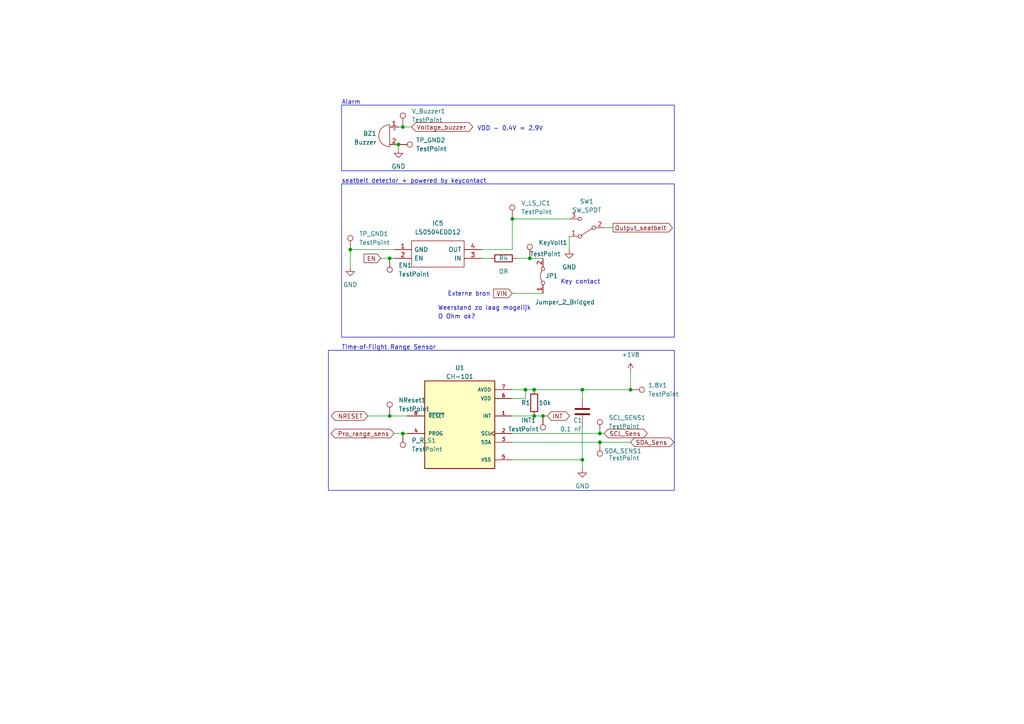
<source format=kicad_sch>
(kicad_sch (version 20230121) (generator eeschema)
  (paper "A4")
  (lib_symbols
    (symbol "CH-101:CH-101" (pin_names (offset 1.016))
      (property "Reference" "U1" (at 0 16.51 0))
      (property "Value" "CH-101" (at 0 13.97 0))
      (symbol "CH-101_0_0"
        (rectangle (start -10.16 -12.7) (end 10.16 12.7) (stroke (width 0.254)) (fill (type background)))
        (pin output line (at 15.24 2.54 180) (length 5.08) (name "INT") (number "1"))
        (pin input clock (at 15.24 -2.54 180) (length 5.08) (name "SCL") (number "2"))
        (pin bidirectional line (at 15.24 -5.08 180) (length 5.08) (name "SDA") (number "3"))
        (pin input line (at -15.24 -2.54 0) (length 5.08) (name "PROG") (number "4"))
        (pin power_in line (at 15.24 7.62 180) (length 5.08) (name "VDD") (number "6"))
        (pin input line (at -15.24 2.54 0) (length 5.08) (name "~{RESET}") (number "8"))
      )
      (symbol "CH-101_1_0"
        (pin power_out line (at 15.24 -10.16 180) (length 5.08) (name "VSS") (number "5"))
        (pin power_out line (at 15.24 10.16 180) (length 5.08) (name "AVDD") (number "7"))
      )
    )
    (symbol "Connector:TestPoint" (pin_numbers hide) (pin_names (offset 0.762) hide)
      (property "Reference" "TP" (at 0 6.858 0))
      (property "Value" "TestPoint" (at 0 5.08 0))
      (symbol "TestPoint_0_1"
        (circle (center 0 3.302) (radius 0.762))
      )
      (symbol "TestPoint_1_1"
        (pin passive line (at 0 0 90) (length 2.54) (name "1") (number "1"))
      )
    )
    (symbol "Device:Buzzer" (pin_names (offset 0.0254) hide)
      (property "Reference" "BZ" (at 3.81 1.27 0))
      (property "Value" "Buzzer" (at 3.81 -1.27 0))
      (symbol "Buzzer_0_1"
        (arc (start 0 -3.175) (mid 3.1612 0) (end 0 3.175))
        (polyline (pts (xy -1.651 1.905) (xy -1.143 1.905)))
        (polyline (pts (xy -1.397 2.159) (xy -1.397 1.651)))
        (polyline (pts (xy 0 3.175) (xy 0 -3.175)))
      )
      (symbol "Buzzer_1_1"
        (pin passive line (at -2.54 2.54 0) (length 2.54) (name "-") (number "1"))
        (pin passive line (at -2.54 -2.54 0) (length 2.54) (name "+") (number "2"))
      )
    )
    (symbol "Device:C" (pin_numbers hide) (pin_names (offset 0.254))
      (property "Reference" "C" (at 0.635 2.54 0))
      (property "Value" "C" (at 0.635 -2.54 0))
      (symbol "C_0_1"
        (polyline (pts (xy -2.032 -0.762) (xy 2.032 -0.762)) (stroke (width 0.508)))
        (polyline (pts (xy -2.032 0.762) (xy 2.032 0.762)) (stroke (width 0.508)))
      )
      (symbol "C_1_1"
        (pin passive line (at 0 3.81 270) (length 2.794) (name "~") (number "1"))
        (pin passive line (at 0 -3.81 90) (length 2.794) (name "~") (number "2"))
      )
    )
    (symbol "Device:R" (pin_numbers hide) (pin_names (offset 0))
      (property "Reference" "R" (at 2.032 0 90))
      (property "Value" "R" (at 0 0 90))
      (symbol "R_0_1"
        (rectangle (start -1.016 -2.54) (end 1.016 2.54) (stroke (width 0.254)))
      )
      (symbol "R_1_1"
        (pin passive line (at 0 3.81 270) (length 1.27) (name "~") (number "1"))
        (pin passive line (at 0 -3.81 90) (length 1.27) (name "~") (number "2"))
      )
    )
    (symbol "Jumper:Jumper_2_Bridged" (pin_names (offset 0) hide)
      (property "Reference" "JP" (at 0 1.905 0))
      (property "Value" "Jumper_2_Bridged" (at 0 -2.54 0))
      (symbol "Jumper_2_Bridged_0_0"
        (circle (center -2.032 0) (radius 0.508))
        (circle (center 2.032 0) (radius 0.508))
      )
      (symbol "Jumper_2_Bridged_0_1"
        (arc (start 1.524 0.254) (mid 0 0.762) (end -1.524 0.254))
      )
      (symbol "Jumper_2_Bridged_1_1"
        (pin passive line (at -5.08 0 0) (length 2.54) (name "A") (number "1"))
        (pin passive line (at 5.08 0 180) (length 2.54) (name "B") (number "2"))
      )
    )
    (symbol "LS0504EDD12:LS0504EDD12" (pin_names (offset 0.762))
      (property "Reference" "IC" (at 21.59 7.62 0))
      (property "Value" "LS0504EDD12" (at 21.59 5.08 0))
      (symbol "LS0504EDD12_0_0"
        (pin passive line (at 0 0 0) (length 5.08) (name "GND") (number "1"))
        (pin passive line (at 0 -2.54 0) (length 5.08) (name "EN") (number "2"))
        (pin passive line (at 25.4 -2.54 180) (length 5.08) (name "IN") (number "3"))
        (pin passive line (at 25.4 0 180) (length 5.08) (name "OUT") (number "4"))
      )
      (symbol "LS0504EDD12_0_1"
        (polyline (pts (xy 5.08 2.54) (xy 20.32 2.54) (xy 20.32 -5.08) (xy 5.08 -5.08) (xy 5.08 2.54)) (stroke (width 0.1524)))
      )
    )
    (symbol "Switch:SW_SPDT" (pin_names (offset 0) hide)
      (property "Reference" "SW" (at 0 4.318 0))
      (property "Value" "SW_SPDT" (at 0 -5.08 0))
      (symbol "SW_SPDT_0_0"
        (circle (center -2.032 0) (radius 0.508))
        (circle (center 2.032 -2.54) (radius 0.508))
      )
      (symbol "SW_SPDT_0_1"
        (polyline (pts (xy -1.524 0.254) (xy 1.651 2.286)))
        (circle (center 2.032 2.54) (radius 0.508))
      )
      (symbol "SW_SPDT_1_1"
        (pin passive line (at 5.08 2.54 180) (length 2.54) (name "A") (number "1"))
        (pin passive line (at -5.08 0 0) (length 2.54) (name "B") (number "2"))
        (pin passive line (at 5.08 -2.54 180) (length 2.54) (name "C") (number "3"))
      )
    )
    (symbol "power:+1V8" (power) (pin_names (offset 0))
      (property "Value" "+1V8" (at 0 3.556 0))
      (symbol "+1V8_0_1"
        (polyline (pts (xy -0.762 1.27) (xy 0 2.54)))
        (polyline (pts (xy 0 0) (xy 0 2.54)))
        (polyline (pts (xy 0 2.54) (xy 0.762 1.27)))
      )
      (symbol "+1V8_1_1"
        (pin power_in line (at 0 0 90) (length 0) hide (name "+1V8") (number "1"))
      )
    )
    (symbol "power:GND" (power) (pin_names (offset 0))
      (property "Value" "GND" (at 0 -3.81 0))
      (symbol "GND_0_1"
        (polyline (pts (xy 0 0) (xy 0 -1.27) (xy 1.27 -1.27) (xy 0 -2.54) (xy -1.27 -1.27) (xy 0 -1.27)))
      )
      (symbol "GND_1_1"
        (pin power_in line (at 0 0 270) (length 0) hide (name "GND") (number "1"))
      )
    )
  )
  (junction (at 113.03 120.65))
  (junction (at 148.59 63.5))
  (junction (at 115.57 41.91))
  (junction (at 173.99 128.27))
  (junction (at 153.67 74.93))
  (junction (at 101.6 72.39))
  (junction (at 168.91 113.03))
  (junction (at 152.4 113.03))
  (junction (at 154.94 120.65))
  (junction (at 116.84 125.73))
  (junction (at 116.84 36.83))
  (junction (at 168.91 133.35))
  (junction (at 157.48 120.65))
  (junction (at 113.03 74.93))
  (junction (at 182.88 113.03))
  (junction (at 173.99 125.73))
  (junction (at 154.94 113.03))
  (wire (pts (xy 148.59 115.57) (xy 152.4 115.57)))
  (wire (pts (xy 116.84 125.73) (xy 118.11 125.73)))
  (wire (pts (xy 148.59 113.03) (xy 152.4 113.03)))
  (wire (pts (xy 154.94 120.65) (xy 157.48 120.65)))
  (wire (pts (xy 175.26 66.04) (xy 177.8 66.04)))
  (wire (pts (xy 168.91 135.89) (xy 168.91 133.35)))
  (wire (pts (xy 115.57 43.18) (xy 115.57 41.91)))
  (wire (pts (xy 154.94 120.65) (xy 148.59 120.65)))
  (wire (pts (xy 149.86 74.93) (xy 153.67 74.93)))
  (wire (pts (xy 110.49 74.93) (xy 113.03 74.93)))
  (wire (pts (xy 114.3 125.73) (xy 116.84 125.73)))
  (wire (pts (xy 148.59 72.39) (xy 139.7 72.39)))
  (wire (pts (xy 152.4 113.03) (xy 154.94 113.03)))
  (wire (pts (xy 157.48 120.65) (xy 158.75 120.65)))
  (wire (pts (xy 148.59 125.73) (xy 173.99 125.73)))
  (wire (pts (xy 168.91 113.03) (xy 182.88 113.03)))
  (wire (pts (xy 153.67 74.93) (xy 157.48 74.93)))
  (wire (pts (xy 116.84 36.83) (xy 115.57 36.83)))
  (wire (pts (xy 148.59 128.27) (xy 173.99 128.27)))
  (wire (pts (xy 182.88 107.95) (xy 182.88 113.03)))
  (wire (pts (xy 148.59 63.5) (xy 148.59 72.39)))
  (wire (pts (xy 168.91 133.35) (xy 148.59 133.35)))
  (wire (pts (xy 113.03 120.65) (xy 118.11 120.65)))
  (wire (pts (xy 101.6 72.39) (xy 101.6 77.47)))
  (wire (pts (xy 173.99 128.27) (xy 182.88 128.27)))
  (wire (pts (xy 173.99 125.73) (xy 175.26 125.73)))
  (wire (pts (xy 119.38 36.83) (xy 116.84 36.83)))
  (wire (pts (xy 114.3 72.39) (xy 101.6 72.39)))
  (wire (pts (xy 148.59 85.09) (xy 157.48 85.09)))
  (wire (pts (xy 106.68 120.65) (xy 113.03 120.65)))
  (wire (pts (xy 168.91 113.03) (xy 168.91 115.57)))
  (wire (pts (xy 165.1 63.5) (xy 148.59 63.5)))
  (wire (pts (xy 154.94 113.03) (xy 168.91 113.03)))
  (wire (pts (xy 168.91 123.19) (xy 168.91 133.35)))
  (wire (pts (xy 165.1 72.39) (xy 165.1 68.58)))
  (wire (pts (xy 152.4 113.03) (xy 152.4 115.57)))
  (wire (pts (xy 113.03 74.93) (xy 114.3 74.93)))
  (wire (pts (xy 142.24 74.93) (xy 139.7 74.93)))
  (rectangle (start 99.06 30.48) (end 195.58 49.53))
  (rectangle (start 95.25 101.6) (end 195.58 142.24))
  (rectangle (start 99.06 53.34) (end 195.58 97.79))
  (text "VDD - 0.4V = 2.9V" (at 138.43 38.1 0) (effects (font (size 1.27 1.27)) (justify left bottom)))
  (text "seatbelt detector + powered by keycontact\n" (at 99.06 53.34 0) (effects (font (size 1.27 1.27)) (justify left bottom)))
  (text "Weerstand zo laag mogelijk\n" (at 127 90.17 0) (effects (font (size 1.27 1.27)) (justify left bottom)))
  (text "Time‑of‑Flight Range Sensor" (at 99.06 101.6 0) (effects (font (size 1.27 1.27)) (justify left bottom)))
  (text "O Ohm ok? \n" (at 127 92.71 0) (effects (font (size 1.27 1.27)) (justify left bottom)))
  (text "Key contact\n" (at 162.56 82.55 0) (effects (font (size 1.27 1.27)) (justify left bottom)))
  (text "Externe bron\n\n\n" (at 142.24 90.17 0) (effects (font (size 1.27 1.27)) (justify right bottom)))
  (text "Alarm\n" (at 99.06 30.48 0) (effects (font (size 1.27 1.27)) (justify left bottom)))
  (global_label "NRESET" (shape bidirectional) (at 106.68 120.65 180) (property "Intersheetrefs" "${INTERSHEET_REFS}" (effects hide)))
  (global_label "Voltage_buzzer" (shape bidirectional) (at 119.38 36.83 0) (property "Intersheetrefs" "${INTERSHEET_REFS}" (effects hide)))
  (global_label "Pro_range_sens" (shape bidirectional) (at 114.3 125.73 180) (property "Intersheetrefs" "${INTERSHEET_REFS}" (effects hide)))
  (global_label "INT" (shape bidirectional) (at 158.75 120.65 0) (property "Intersheetrefs" "${INTERSHEET_REFS}" (effects hide)))
  (global_label "SDA_Sens" (shape bidirectional) (at 182.88 128.27 0) (property "Intersheetrefs" "${INTERSHEET_REFS}" (effects hide)))
  (global_label "Output_seatbelt" (shape output) (at 177.8 66.04 0) (property "Intersheetrefs" "${INTERSHEET_REFS}" (effects hide)))
  (global_label "SCL_Sens" (shape bidirectional) (at 175.26 125.73 0) (property "Intersheetrefs" "${INTERSHEET_REFS}" (effects hide)))
  (global_label "EN" (shape input) (at 110.49 74.93 180) (property "Intersheetrefs" "${INTERSHEET_REFS}" (effects hide)))
  (global_label "VIN" (shape input) (at 148.59 85.09 180) (property "Intersheetrefs" "${INTERSHEET_REFS}" (effects hide)))
  (symbol (lib_id "Device:Buzzer") (at 113.03 39.37 0) (mirror y) (unit 1)
    (property "Reference" "BZ1" (at 109.22 38.735 0) (effects (justify left)))
    (property "Value" "Buzzer" (at 109.22 41.275 0) (effects (justify left)))
    (property "Footprint" "Battery:Battery_pad" (effects hide))
  )
  (symbol (lib_id "power:+1V8") (at 182.88 107.95 0) (unit 1)
    (property "Reference" "#PWR04" (effects hide))
    (property "Value" "+1V8" (at 182.88 102.87 0))
    (instances (project "Driver_detector" (path "" (reference "#PWR04") (unit 1)) (path "" (reference "#PWR07") (unit 1))))
  )
  (symbol (lib_id "power:GND") (at 165.1 72.39 0) (unit 1)
    (property "Reference" "#PWR07" (effects hide))
    (property "Value" "GND" (at 165.1 77.47 0))
    (instances (project "Driver_detector" (path "" (reference "#PWR07") (unit 1)) (path "" (reference "#PWR01") (unit 1))))
  )
  (symbol (lib_id "Switch:SW_SPDT") (at 170.18 66.04 180) (unit 1)
    (property "Reference" "SW1" (at 170.18 58.42 0))
    (property "Value" "SW_SPDT" (at 170.18 60.96 0))
    (property "Footprint" "Connector_Pin:Footprint_switch" (effects hide))
  )
  (symbol (lib_id "power:GND") (at 101.6 77.47 0) (unit 1)
    (property "Reference" "#PWR046" (effects hide))
    (property "Value" "GND" (at 101.6 82.55 0))
  )
  (symbol (lib_id "Connector:TestPoint") (at 148.59 63.5 0) (unit 1)
    (property "Reference" "V_LS_IC1" (at 151.13 58.928 0) (effects (justify left)))
    (property "Value" "TestPoint" (at 151.13 61.468 0) (effects (justify left)))
    (property "Footprint" "TestPoint:TestPoint_Pad_D1.5mm" (effects hide))
  )
  (symbol (lib_id "Connector:TestPoint") (at 182.88 113.03 270) (unit 1)
    (property "Reference" "1.8V1" (at 187.96 111.76 90) (effects (justify left)))
    (property "Value" "TestPoint" (at 187.96 114.3 90) (effects (justify left)))
    (property "Footprint" "TestPoint:TestPoint_Pad_D1.5mm" (effects hide))
  )
  (symbol (lib_id "Connector:TestPoint") (at 157.48 120.65 180) (unit 1)
    (property "Reference" "INT1" (at 151.13 121.92 0) (effects (justify right)))
    (property "Value" "TestPoint" (at 147.32 124.46 0) (effects (justify right)))
    (property "Footprint" "TestPoint:TestPoint_Pad_D1.5mm" (effects hide))
  )
  (symbol (lib_id "CH-101:CH-101") (at 133.35 123.19 0) (unit 1)
    (property "Reference" "U1" (at 133.35 106.68 0))
    (property "Value" "CH-101" (at 133.35 109.22 0))
    (property "Footprint" "project:XDCR_CH-101" (effects hide))
    (property "MF" "TDK InvenSense" (effects hide))
    (property "MAXIMUM_PACKAGE_HEIGHT" "1.26mm" (effects hide))
    (property "Package" "SOT-23-6 TDK InvenSense" (effects hide))
    (property "Price" "None" (effects hide))
    (property "Check_prices" "https://www.snapeda.com/parts/CH-101/TDK+InvenSense/view-part/?ref=eda" (effects hide))
    (property "STANDARD" "Manufacturer Recommendations" (effects hide))
    (property "PARTREV" "1.0" (effects hide))
    (property "SnapEDA_Link" "https://www.snapeda.com/parts/CH-101/TDK+InvenSense/view-part/?ref=snap" (effects hide))
    (property "MP" "CH-101" (effects hide))
    (property "Description" "\nUltrasonic MEMS based Time-of-Flight (ToF) Range Sensor\n" (effects hide))
    (property "Availability" "Not in stock" (effects hide))
    (property "MANUFACTURER" "TDK" (effects hide))
  )
  (symbol (lib_id "Connector:TestPoint") (at 153.67 74.93 0) (unit 1)
    (property "Reference" "KeyVolt1" (at 156.21 70.358 0) (effects (justify left)))
    (property "Value" "TestPoint" (at 153.67 73.66 0) (effects (justify left)))
    (property "Footprint" "TestPoint:TestPoint_Pad_D1.5mm" (effects hide))
  )
  (symbol (lib_id "Device:R") (at 146.05 74.93 270) (unit 1)
    (property "Reference" "R4" (at 146.05 74.93 90))
    (property "Value" "OR" (at 146.05 78.74 90))
    (property "Footprint" "Resistor_SMD:R_0805_2012Metric_Pad1.20x1.40mm_HandSolder" (effects hide))
    (instances (project "Driver_detector" (path "" (reference "R4") (unit 1)) (path "" (reference "R1") (unit 1))))
  )
  (symbol (lib_id "Jumper:Jumper_2_Bridged") (at 157.48 80.01 90) (unit 1)
    (property "Reference" "JP1" (at 160.02 80.01 90))
    (property "Value" "Jumper_2_Bridged" (at 163.83 87.63 90))
    (property "Footprint" "Jumper:SolderJumper-3_P1.3mm_Bridged2Bar12_RoundedPad1.0x1.5mm" (effects hide))
  )
  (symbol (lib_id "Connector:TestPoint") (at 101.6 72.39 0) (unit 1)
    (property "Reference" "TP_GND1" (at 104.14 67.818 0) (effects (justify left)))
    (property "Value" "TestPoint" (at 104.14 70.358 0) (effects (justify left)))
    (property "Footprint" "TestPoint:TestPoint_Pad_D1.5mm" (effects hide))
  )
  (symbol (lib_id "power:GND") (at 115.57 43.18 0) (unit 1)
    (property "Reference" "#PWR03" (effects hide))
    (property "Value" "GND" (at 115.57 48.26 0))
  )
  (symbol (lib_id "Connector:TestPoint") (at 113.03 120.65 0) (unit 1)
    (property "Reference" "NReset1" (at 115.57 116.078 0) (effects (justify left)))
    (property "Value" "TestPoint" (at 115.57 118.618 0) (effects (justify left)))
    (property "Footprint" "TestPoint:TestPoint_Pad_D1.5mm" (effects hide))
  )
  (symbol (lib_id "LS0504EDD12:LS0504EDD12") (at 114.3 72.39 0) (unit 1)
    (property "Reference" "IC5" (at 127 64.77 0))
    (property "Value" "LS0504EDD12" (at 127 67.31 0))
    (property "Footprint" "LIB_LS0504EDD:SON50P160X120X60-4N" (effects hide))
    (property "Datasheet" "https://www.littelfuse.com/media?resourcetype=datasheets&itemid=95b47243-e071-4a2a-9264-64dbef6c0a3f&filename=littelfuse-protection-ic-ls0504edd12-datasheet" (effects hide))
    (property "Description" "5.5V 4A Low-Ron Power Distribution Load Switch" (effects hide))
    (property "Height" "0.6" (effects hide))
    (property "Mouser Part Number" "576-LS0504EDD12" (effects hide))
    (property "Mouser Price/Stock" "https://www.mouser.co.uk/ProductDetail/Littelfuse/LS0504EDD12?qs=Y0Uzf4wQF3k6zICD8%2FzPxw%3D%3D" (effects hide))
    (property "Manufacturer_Name" "LITTELFUSE" (effects hide))
    (property "Manufacturer_Part_Number" "LS0504EDD12" (effects hide))
  )
  (symbol (lib_id "Connector:TestPoint") (at 173.99 125.73 0) (unit 1)
    (property "Reference" "SCL_SENS1" (at 176.53 121.158 0) (effects (justify left)))
    (property "Value" "TestPoint" (at 176.53 123.698 0) (effects (justify left)))
    (property "Footprint" "TestPoint:TestPoint_Pad_D1.5mm" (effects hide))
  )
  (symbol (lib_id "Connector:TestPoint") (at 113.03 74.93 180) (unit 1)
    (property "Reference" "EN1" (at 115.57 76.962 0) (effects (justify right)))
    (property "Value" "TestPoint" (at 115.57 79.502 0) (effects (justify right)))
    (property "Footprint" "TestPoint:TestPoint_Pad_D1.5mm" (effects hide))
  )
  (symbol (lib_id "Device:R") (at 154.94 116.84 0) (unit 1)
    (property "Reference" "R1" (at 151.13 116.84 0) (effects (justify left)))
    (property "Value" "10k" (at 156.21 116.84 0) (effects (justify left)))
    (property "Footprint" "Resistor_SMD:R_0805_2012Metric_Pad1.20x1.40mm_HandSolder" (effects hide))
    (instances (project "Driver_detector" (path "" (reference "R1") (unit 1)) (path "" (reference "R2") (unit 1))))
  )
  (symbol (lib_id "Connector:TestPoint") (at 116.84 125.73 180) (unit 1)
    (property "Reference" "P_R_S1" (at 119.38 127.762 0) (effects (justify right)))
    (property "Value" "TestPoint" (at 119.38 130.302 0) (effects (justify right)))
    (property "Footprint" "TestPoint:TestPoint_Pad_D1.5mm" (effects hide))
  )
  (symbol (lib_id "Connector:TestPoint") (at 115.57 41.91 270) (unit 1)
    (property "Reference" "TP_GND2" (at 120.65 40.64 90) (effects (justify left)))
    (property "Value" "TestPoint" (at 120.65 43.18 90) (effects (justify left)))
    (property "Footprint" "TestPoint:TestPoint_Pad_D1.5mm" (effects hide))
  )
  (symbol (lib_id "power:GND") (at 168.91 135.89 0) (unit 1)
    (property "Reference" "#PWR01" (effects hide))
    (property "Value" "GND" (at 168.91 140.97 0))
    (instances (project "Driver_detector" (path "" (reference "#PWR01") (unit 1)) (path "" (reference "#PWR04") (unit 1))))
  )
  (symbol (lib_id "Connector:TestPoint") (at 116.84 36.83 0) (unit 1)
    (property "Reference" "V_Buzzer1" (at 119.38 32.258 0) (effects (justify left)))
    (property "Value" "TestPoint" (at 119.38 34.798 0) (effects (justify left)))
    (property "Footprint" "TestPoint:TestPoint_Pad_D1.5mm" (effects hide))
  )
  (symbol (lib_id "Connector:TestPoint") (at 173.99 128.27 180) (unit 1)
    (property "Reference" "SDA_SENS1" (at 175.26 130.81 0) (effects (justify right)))
    (property "Value" "TestPoint" (at 176.53 132.842 0) (effects (justify right)))
    (property "Footprint" "TestPoint:TestPoint_Pad_D1.5mm" (effects hide))
  )
  (symbol (lib_id "Device:C") (at 168.91 119.38 180) (unit 1)
    (property "Reference" "C1" (at 168.91 121.92 0) (effects (justify left)))
    (property "Value" "0.1 nF" (at 168.91 124.46 0) (effects (justify left)))
    (property "Footprint" "Capacitor_SMD:C_0805_2012Metric_Pad1.18x1.45mm_HandSolder" (effects hide))
  )
)
</source>
